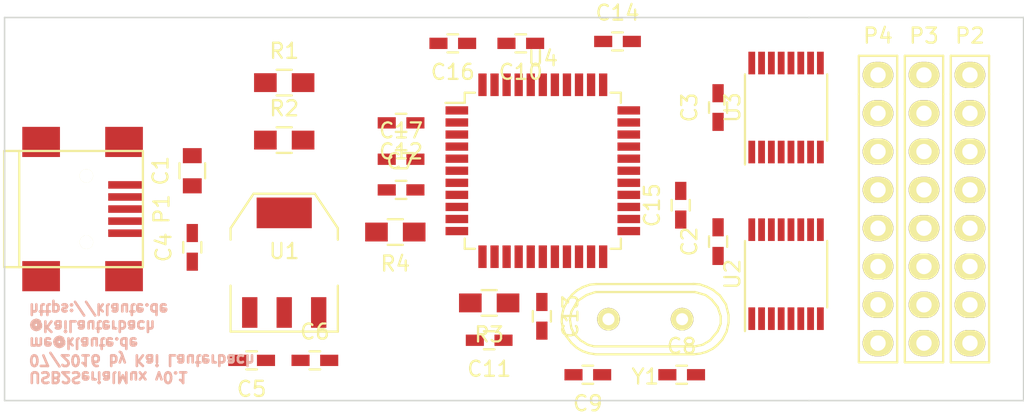
<source format=kicad_pcb>
(kicad_pcb (version 4) (host pcbnew 4.0.2+dfsg1-2~bpo8+1-stable)

  (general
    (links 97)
    (no_connects 97)
    (area 123.956999 90.0025 193.576334 118.0005)
    (thickness 1.6)
    (drawings 7)
    (tracks 0)
    (zones 0)
    (modules 30)
    (nets 60)
  )

  (page A4)
  (layers
    (0 F.Cu signal)
    (31 B.Cu signal)
    (32 B.Adhes user)
    (33 F.Adhes user)
    (34 B.Paste user)
    (35 F.Paste user)
    (36 B.SilkS user)
    (37 F.SilkS user)
    (38 B.Mask user)
    (39 F.Mask user)
    (40 Dwgs.User user)
    (41 Cmts.User user)
    (42 Eco1.User user)
    (43 Eco2.User user)
    (44 Edge.Cuts user)
    (45 Margin user)
    (46 B.CrtYd user)
    (47 F.CrtYd user)
    (48 B.Fab user)
    (49 F.Fab user)
  )

  (setup
    (last_trace_width 0.25)
    (trace_clearance 0.2)
    (zone_clearance 0.508)
    (zone_45_only no)
    (trace_min 0.2)
    (segment_width 0.2)
    (edge_width 0.1)
    (via_size 0.6)
    (via_drill 0.4)
    (via_min_size 0.4)
    (via_min_drill 0.3)
    (uvia_size 0.3)
    (uvia_drill 0.1)
    (uvias_allowed no)
    (uvia_min_size 0.2)
    (uvia_min_drill 0.1)
    (pcb_text_width 0.3)
    (pcb_text_size 1.5 1.5)
    (mod_edge_width 0.15)
    (mod_text_size 1 1)
    (mod_text_width 0.15)
    (pad_size 1.5 1.5)
    (pad_drill 0.6)
    (pad_to_mask_clearance 0)
    (aux_axis_origin 0 0)
    (visible_elements FFFFFF7F)
    (pcbplotparams
      (layerselection 0x00030_80000001)
      (usegerberextensions false)
      (excludeedgelayer true)
      (linewidth 0.100000)
      (plotframeref false)
      (viasonmask false)
      (mode 1)
      (useauxorigin false)
      (hpglpennumber 1)
      (hpglpenspeed 20)
      (hpglpendiameter 15)
      (hpglpenoverlay 2)
      (psnegative false)
      (psa4output false)
      (plotreference true)
      (plotvalue true)
      (plotinvisibletext false)
      (padsonsilk false)
      (subtractmaskfromsilk false)
      (outputformat 1)
      (mirror false)
      (drillshape 1)
      (scaleselection 1)
      (outputdirectory ""))
  )

  (net 0 "")
  (net 1 GND)
  (net 2 +5V)
  (net 3 +3V3)
  (net 4 /D-)
  (net 5 /D+)
  (net 6 "Net-(P1-Pad4)")
  (net 7 "Net-(P3-Pad1)")
  (net 8 "Net-(P3-Pad2)")
  (net 9 "Net-(P3-Pad3)")
  (net 10 "Net-(P3-Pad4)")
  (net 11 "Net-(P3-Pad5)")
  (net 12 "Net-(P3-Pad6)")
  (net 13 "Net-(P3-Pad7)")
  (net 14 "Net-(P3-Pad8)")
  (net 15 "Net-(P4-Pad1)")
  (net 16 "Net-(P4-Pad2)")
  (net 17 "Net-(P4-Pad3)")
  (net 18 "Net-(P4-Pad4)")
  (net 19 "Net-(P4-Pad5)")
  (net 20 "Net-(P4-Pad6)")
  (net 21 "Net-(P4-Pad7)")
  (net 22 "Net-(P4-Pad8)")
  (net 23 /TxD_RxD)
  (net 24 /RxD_TxD)
  (net 25 /S2)
  (net 26 /S1)
  (net 27 /S0)
  (net 28 "Net-(C8-Pad2)")
  (net 29 "Net-(C9-Pad2)")
  (net 30 "Net-(C11-Pad2)")
  (net 31 "Net-(C17-Pad2)")
  (net 32 "Net-(P1-Pad2)")
  (net 33 "Net-(P1-Pad3)")
  (net 34 /nE)
  (net 35 "Net-(U4-Pad1)")
  (net 36 "Net-(U4-Pad5)")
  (net 37 "Net-(U4-Pad12)")
  (net 38 "Net-(U4-Pad15)")
  (net 39 "Net-(U4-Pad18)")
  (net 40 "Net-(U4-Pad19)")
  (net 41 "Net-(U4-Pad22)")
  (net 42 "Net-(U4-Pad23)")
  (net 43 "Net-(U4-Pad25)")
  (net 44 "Net-(U4-Pad26)")
  (net 45 "Net-(U4-Pad27)")
  (net 46 "Net-(U4-Pad31)")
  (net 47 "Net-(U4-Pad32)")
  (net 48 "Net-(U4-Pad33)")
  (net 49 "Net-(U4-Pad35)")
  (net 50 "Net-(U4-Pad36)")
  (net 51 "Net-(U4-Pad37)")
  (net 52 "Net-(U4-Pad38)")
  (net 53 "Net-(U4-Pad39)")
  (net 54 "Net-(U4-Pad40)")
  (net 55 "Net-(U4-Pad41)")
  (net 56 "Net-(U4-Pad43)")
  (net 57 "Net-(U4-Pad8)")
  (net 58 "Net-(U4-Pad9)")
  (net 59 "Net-(U4-Pad10)")

  (net_class Default "This is the default net class."
    (clearance 0.2)
    (trace_width 0.25)
    (via_dia 0.6)
    (via_drill 0.4)
    (uvia_dia 0.3)
    (uvia_drill 0.1)
    (add_net +3V3)
    (add_net +5V)
    (add_net /D+)
    (add_net /D-)
    (add_net /RxD_TxD)
    (add_net /S0)
    (add_net /S1)
    (add_net /S2)
    (add_net /TxD_RxD)
    (add_net /nE)
    (add_net GND)
    (add_net "Net-(C11-Pad2)")
    (add_net "Net-(C17-Pad2)")
    (add_net "Net-(C8-Pad2)")
    (add_net "Net-(C9-Pad2)")
    (add_net "Net-(P1-Pad2)")
    (add_net "Net-(P1-Pad3)")
    (add_net "Net-(P1-Pad4)")
    (add_net "Net-(P3-Pad1)")
    (add_net "Net-(P3-Pad2)")
    (add_net "Net-(P3-Pad3)")
    (add_net "Net-(P3-Pad4)")
    (add_net "Net-(P3-Pad5)")
    (add_net "Net-(P3-Pad6)")
    (add_net "Net-(P3-Pad7)")
    (add_net "Net-(P3-Pad8)")
    (add_net "Net-(P4-Pad1)")
    (add_net "Net-(P4-Pad2)")
    (add_net "Net-(P4-Pad3)")
    (add_net "Net-(P4-Pad4)")
    (add_net "Net-(P4-Pad5)")
    (add_net "Net-(P4-Pad6)")
    (add_net "Net-(P4-Pad7)")
    (add_net "Net-(P4-Pad8)")
    (add_net "Net-(U4-Pad1)")
    (add_net "Net-(U4-Pad10)")
    (add_net "Net-(U4-Pad12)")
    (add_net "Net-(U4-Pad15)")
    (add_net "Net-(U4-Pad18)")
    (add_net "Net-(U4-Pad19)")
    (add_net "Net-(U4-Pad22)")
    (add_net "Net-(U4-Pad23)")
    (add_net "Net-(U4-Pad25)")
    (add_net "Net-(U4-Pad26)")
    (add_net "Net-(U4-Pad27)")
    (add_net "Net-(U4-Pad31)")
    (add_net "Net-(U4-Pad32)")
    (add_net "Net-(U4-Pad33)")
    (add_net "Net-(U4-Pad35)")
    (add_net "Net-(U4-Pad36)")
    (add_net "Net-(U4-Pad37)")
    (add_net "Net-(U4-Pad38)")
    (add_net "Net-(U4-Pad39)")
    (add_net "Net-(U4-Pad40)")
    (add_net "Net-(U4-Pad41)")
    (add_net "Net-(U4-Pad43)")
    (add_net "Net-(U4-Pad5)")
    (add_net "Net-(U4-Pad8)")
    (add_net "Net-(U4-Pad9)")
  )

  (module Housings_SSOP:TSSOP-16_4.4x5mm_Pitch0.65mm (layer F.Cu) (tedit 5789E955) (tstamp 5789E0C1)
    (at 176.276 108.458 90)
    (descr "16-Lead Plastic Thin Shrink Small Outline (ST)-4.4 mm Body [TSSOP] (see Microchip Packaging Specification 00000049BS.pdf)")
    (tags "SSOP 0.65")
    (path /5789DF39)
    (attr smd)
    (fp_text reference U2 (at 0 -3.55 90) (layer F.SilkS)
      (effects (font (size 1 1) (thickness 0.15)))
    )
    (fp_text value 74HC4051 (at 0 3.55 90) (layer F.Fab) hide
      (effects (font (size 1 1) (thickness 0.15)))
    )
    (fp_line (start -3.95 -2.8) (end -3.95 2.8) (layer F.CrtYd) (width 0.05))
    (fp_line (start 3.95 -2.8) (end 3.95 2.8) (layer F.CrtYd) (width 0.05))
    (fp_line (start -3.95 -2.8) (end 3.95 -2.8) (layer F.CrtYd) (width 0.05))
    (fp_line (start -3.95 2.8) (end 3.95 2.8) (layer F.CrtYd) (width 0.05))
    (fp_line (start -2.2 2.725) (end 2.2 2.725) (layer F.SilkS) (width 0.15))
    (fp_line (start -3.775 -2.725) (end 2.2 -2.725) (layer F.SilkS) (width 0.15))
    (pad 1 smd rect (at -2.95 -2.275 90) (size 1.5 0.45) (layers F.Cu F.Paste F.Mask)
      (net 11 "Net-(P3-Pad5)"))
    (pad 2 smd rect (at -2.95 -1.625 90) (size 1.5 0.45) (layers F.Cu F.Paste F.Mask)
      (net 13 "Net-(P3-Pad7)"))
    (pad 3 smd rect (at -2.95 -0.975 90) (size 1.5 0.45) (layers F.Cu F.Paste F.Mask)
      (net 23 /TxD_RxD))
    (pad 4 smd rect (at -2.95 -0.325 90) (size 1.5 0.45) (layers F.Cu F.Paste F.Mask)
      (net 14 "Net-(P3-Pad8)"))
    (pad 5 smd rect (at -2.95 0.325 90) (size 1.5 0.45) (layers F.Cu F.Paste F.Mask)
      (net 12 "Net-(P3-Pad6)"))
    (pad 6 smd rect (at -2.95 0.975 90) (size 1.5 0.45) (layers F.Cu F.Paste F.Mask)
      (net 34 /nE))
    (pad 7 smd rect (at -2.95 1.625 90) (size 1.5 0.45) (layers F.Cu F.Paste F.Mask)
      (net 3 +3V3))
    (pad 8 smd rect (at -2.95 2.275 90) (size 1.5 0.45) (layers F.Cu F.Paste F.Mask)
      (net 1 GND))
    (pad 9 smd rect (at 2.95 2.275 90) (size 1.5 0.45) (layers F.Cu F.Paste F.Mask)
      (net 25 /S2))
    (pad 10 smd rect (at 2.95 1.625 90) (size 1.5 0.45) (layers F.Cu F.Paste F.Mask)
      (net 26 /S1))
    (pad 11 smd rect (at 2.95 0.975 90) (size 1.5 0.45) (layers F.Cu F.Paste F.Mask)
      (net 27 /S0))
    (pad 12 smd rect (at 2.95 0.325 90) (size 1.5 0.45) (layers F.Cu F.Paste F.Mask)
      (net 10 "Net-(P3-Pad4)"))
    (pad 13 smd rect (at 2.95 -0.325 90) (size 1.5 0.45) (layers F.Cu F.Paste F.Mask)
      (net 7 "Net-(P3-Pad1)"))
    (pad 14 smd rect (at 2.95 -0.975 90) (size 1.5 0.45) (layers F.Cu F.Paste F.Mask)
      (net 8 "Net-(P3-Pad2)"))
    (pad 15 smd rect (at 2.95 -1.625 90) (size 1.5 0.45) (layers F.Cu F.Paste F.Mask)
      (net 9 "Net-(P3-Pad3)"))
    (pad 16 smd rect (at 2.95 -2.275 90) (size 1.5 0.45) (layers F.Cu F.Paste F.Mask)
      (net 3 +3V3))
    (model Housings_SSOP.3dshapes/TSSOP-16_4.4x5mm_Pitch0.65mm.wrl
      (at (xyz 0 0 0))
      (scale (xyz 1 1 1))
      (rotate (xyz 0 0 0))
    )
  )

  (module Housings_SSOP:TSSOP-16_4.4x5mm_Pitch0.65mm (layer F.Cu) (tedit 5789E94E) (tstamp 5789E0D5)
    (at 176.276 97.409 90)
    (descr "16-Lead Plastic Thin Shrink Small Outline (ST)-4.4 mm Body [TSSOP] (see Microchip Packaging Specification 00000049BS.pdf)")
    (tags "SSOP 0.65")
    (path /5789E407)
    (attr smd)
    (fp_text reference U3 (at 0 -3.55 90) (layer F.SilkS)
      (effects (font (size 1 1) (thickness 0.15)))
    )
    (fp_text value 74HCT4051 (at 0 3.55 90) (layer F.Fab) hide
      (effects (font (size 1 1) (thickness 0.15)))
    )
    (fp_line (start -3.95 -2.8) (end -3.95 2.8) (layer F.CrtYd) (width 0.05))
    (fp_line (start 3.95 -2.8) (end 3.95 2.8) (layer F.CrtYd) (width 0.05))
    (fp_line (start -3.95 -2.8) (end 3.95 -2.8) (layer F.CrtYd) (width 0.05))
    (fp_line (start -3.95 2.8) (end 3.95 2.8) (layer F.CrtYd) (width 0.05))
    (fp_line (start -2.2 2.725) (end 2.2 2.725) (layer F.SilkS) (width 0.15))
    (fp_line (start -3.775 -2.725) (end 2.2 -2.725) (layer F.SilkS) (width 0.15))
    (pad 1 smd rect (at -2.95 -2.275 90) (size 1.5 0.45) (layers F.Cu F.Paste F.Mask)
      (net 19 "Net-(P4-Pad5)"))
    (pad 2 smd rect (at -2.95 -1.625 90) (size 1.5 0.45) (layers F.Cu F.Paste F.Mask)
      (net 21 "Net-(P4-Pad7)"))
    (pad 3 smd rect (at -2.95 -0.975 90) (size 1.5 0.45) (layers F.Cu F.Paste F.Mask)
      (net 24 /RxD_TxD))
    (pad 4 smd rect (at -2.95 -0.325 90) (size 1.5 0.45) (layers F.Cu F.Paste F.Mask)
      (net 22 "Net-(P4-Pad8)"))
    (pad 5 smd rect (at -2.95 0.325 90) (size 1.5 0.45) (layers F.Cu F.Paste F.Mask)
      (net 20 "Net-(P4-Pad6)"))
    (pad 6 smd rect (at -2.95 0.975 90) (size 1.5 0.45) (layers F.Cu F.Paste F.Mask)
      (net 34 /nE))
    (pad 7 smd rect (at -2.95 1.625 90) (size 1.5 0.45) (layers F.Cu F.Paste F.Mask)
      (net 3 +3V3))
    (pad 8 smd rect (at -2.95 2.275 90) (size 1.5 0.45) (layers F.Cu F.Paste F.Mask)
      (net 1 GND))
    (pad 9 smd rect (at 2.95 2.275 90) (size 1.5 0.45) (layers F.Cu F.Paste F.Mask)
      (net 25 /S2))
    (pad 10 smd rect (at 2.95 1.625 90) (size 1.5 0.45) (layers F.Cu F.Paste F.Mask)
      (net 26 /S1))
    (pad 11 smd rect (at 2.95 0.975 90) (size 1.5 0.45) (layers F.Cu F.Paste F.Mask)
      (net 27 /S0))
    (pad 12 smd rect (at 2.95 0.325 90) (size 1.5 0.45) (layers F.Cu F.Paste F.Mask)
      (net 18 "Net-(P4-Pad4)"))
    (pad 13 smd rect (at 2.95 -0.325 90) (size 1.5 0.45) (layers F.Cu F.Paste F.Mask)
      (net 15 "Net-(P4-Pad1)"))
    (pad 14 smd rect (at 2.95 -0.975 90) (size 1.5 0.45) (layers F.Cu F.Paste F.Mask)
      (net 16 "Net-(P4-Pad2)"))
    (pad 15 smd rect (at 2.95 -1.625 90) (size 1.5 0.45) (layers F.Cu F.Paste F.Mask)
      (net 17 "Net-(P4-Pad3)"))
    (pad 16 smd rect (at 2.95 -2.275 90) (size 1.5 0.45) (layers F.Cu F.Paste F.Mask)
      (net 3 +3V3))
    (model Housings_SSOP.3dshapes/TSSOP-16_4.4x5mm_Pitch0.65mm.wrl
      (at (xyz 0 0 0))
      (scale (xyz 1 1 1))
      (rotate (xyz 0 0 0))
    )
  )

  (module Pin_Headers:Pin_Header_Straight_1x08 (layer F.Cu) (tedit 578A5A28) (tstamp 5789E08D)
    (at 182.372 95.25)
    (descr "Through hole pin header")
    (tags "pin header")
    (path /57880227)
    (fp_text reference P4 (at 0 -2.6) (layer F.SilkS)
      (effects (font (size 1 1) (thickness 0.15)))
    )
    (fp_text value CONN_01X08 (at 0 -3.1) (layer F.Fab) hide
      (effects (font (size 1 1) (thickness 0.15)))
    )
    (fp_line (start -1.27 1.27) (end -1.27 -1.27) (layer F.SilkS) (width 0.15))
    (fp_line (start -1.27 -1.27) (end 1.27 -1.27) (layer F.SilkS) (width 0.15))
    (fp_line (start 1.27 -1.27) (end 1.27 1.27) (layer F.SilkS) (width 0.15))
    (fp_line (start -1.75 -1.75) (end -1.75 19.55) (layer F.CrtYd) (width 0.05))
    (fp_line (start 1.75 -1.75) (end 1.75 19.55) (layer F.CrtYd) (width 0.05))
    (fp_line (start -1.75 -1.75) (end 1.75 -1.75) (layer F.CrtYd) (width 0.05))
    (fp_line (start -1.75 19.55) (end 1.75 19.55) (layer F.CrtYd) (width 0.05))
    (fp_line (start 1.27 1.27) (end 1.27 19.05) (layer F.SilkS) (width 0.15))
    (fp_line (start 1.27 19.05) (end -1.27 19.05) (layer F.SilkS) (width 0.15))
    (fp_line (start -1.27 19.05) (end -1.27 1.27) (layer F.SilkS) (width 0.15))
    (pad 1 thru_hole oval (at 0 0) (size 2.032 1.7272) (drill 1.016) (layers *.Cu *.Mask F.SilkS)
      (net 15 "Net-(P4-Pad1)"))
    (pad 2 thru_hole oval (at 0 2.54) (size 2.032 1.7272) (drill 1.016) (layers *.Cu *.Mask F.SilkS)
      (net 16 "Net-(P4-Pad2)"))
    (pad 3 thru_hole oval (at 0 5.08) (size 2.032 1.7272) (drill 1.016) (layers *.Cu *.Mask F.SilkS)
      (net 17 "Net-(P4-Pad3)"))
    (pad 4 thru_hole oval (at 0 7.62) (size 2.032 1.7272) (drill 1.016) (layers *.Cu *.Mask F.SilkS)
      (net 18 "Net-(P4-Pad4)"))
    (pad 5 thru_hole oval (at 0 10.16) (size 2.032 1.7272) (drill 1.016) (layers *.Cu *.Mask F.SilkS)
      (net 19 "Net-(P4-Pad5)"))
    (pad 6 thru_hole oval (at 0 12.7) (size 2.032 1.7272) (drill 1.016) (layers *.Cu *.Mask F.SilkS)
      (net 20 "Net-(P4-Pad6)"))
    (pad 7 thru_hole oval (at 0 15.24) (size 2.032 1.7272) (drill 1.016) (layers *.Cu *.Mask F.SilkS)
      (net 21 "Net-(P4-Pad7)"))
    (pad 8 thru_hole oval (at 0 17.78) (size 2.032 1.7272) (drill 1.016) (layers *.Cu *.Mask F.SilkS)
      (net 22 "Net-(P4-Pad8)"))
    (model Pin_Headers.3dshapes/Pin_Header_Straight_1x08.wrl
      (at (xyz 0 -0.35 0))
      (scale (xyz 1 1 1))
      (rotate (xyz 0 0 90))
    )
  )

  (module Pin_Headers:Pin_Header_Straight_1x08 (layer F.Cu) (tedit 578A5A87) (tstamp 5789E075)
    (at 188.468 95.25)
    (descr "Through hole pin header")
    (tags "pin header")
    (path /578802D4)
    (fp_text reference P2 (at 0 -2.6) (layer F.SilkS)
      (effects (font (size 1 1) (thickness 0.15)))
    )
    (fp_text value CONN_01X08 (at 0 -3.1) (layer F.Fab) hide
      (effects (font (size 1 1) (thickness 0.15)))
    )
    (fp_line (start -1.27 1.27) (end -1.27 -1.27) (layer F.SilkS) (width 0.15))
    (fp_line (start -1.27 -1.27) (end 1.27 -1.27) (layer F.SilkS) (width 0.15))
    (fp_line (start 1.27 -1.27) (end 1.27 1.27) (layer F.SilkS) (width 0.15))
    (fp_line (start -1.75 -1.75) (end -1.75 19.55) (layer F.CrtYd) (width 0.05))
    (fp_line (start 1.75 -1.75) (end 1.75 19.55) (layer F.CrtYd) (width 0.05))
    (fp_line (start -1.75 -1.75) (end 1.75 -1.75) (layer F.CrtYd) (width 0.05))
    (fp_line (start -1.75 19.55) (end 1.75 19.55) (layer F.CrtYd) (width 0.05))
    (fp_line (start 1.27 1.27) (end 1.27 19.05) (layer F.SilkS) (width 0.15))
    (fp_line (start 1.27 19.05) (end -1.27 19.05) (layer F.SilkS) (width 0.15))
    (fp_line (start -1.27 19.05) (end -1.27 1.27) (layer F.SilkS) (width 0.15))
    (pad 1 thru_hole oval (at 0 0) (size 2.032 1.7272) (drill 1.016) (layers *.Cu *.Mask F.SilkS)
      (net 1 GND))
    (pad 2 thru_hole oval (at 0 2.54) (size 2.032 1.7272) (drill 1.016) (layers *.Cu *.Mask F.SilkS)
      (net 1 GND))
    (pad 3 thru_hole oval (at 0 5.08) (size 2.032 1.7272) (drill 1.016) (layers *.Cu *.Mask F.SilkS)
      (net 1 GND))
    (pad 4 thru_hole oval (at 0 7.62) (size 2.032 1.7272) (drill 1.016) (layers *.Cu *.Mask F.SilkS)
      (net 1 GND))
    (pad 5 thru_hole oval (at 0 10.16) (size 2.032 1.7272) (drill 1.016) (layers *.Cu *.Mask F.SilkS)
      (net 1 GND))
    (pad 6 thru_hole oval (at 0 12.7) (size 2.032 1.7272) (drill 1.016) (layers *.Cu *.Mask F.SilkS)
      (net 1 GND))
    (pad 7 thru_hole oval (at 0 15.24) (size 2.032 1.7272) (drill 1.016) (layers *.Cu *.Mask F.SilkS)
      (net 1 GND))
    (pad 8 thru_hole oval (at 0 17.78) (size 2.032 1.7272) (drill 1.016) (layers *.Cu *.Mask F.SilkS)
      (net 1 GND))
    (model Pin_Headers.3dshapes/Pin_Header_Straight_1x08.wrl
      (at (xyz 0 -0.35 0))
      (scale (xyz 1 1 1))
      (rotate (xyz 0 0 90))
    )
  )

  (module Pin_Headers:Pin_Header_Straight_1x08 (layer F.Cu) (tedit 578A5A68) (tstamp 5789E081)
    (at 185.42 95.25)
    (descr "Through hole pin header")
    (tags "pin header")
    (path /578800A6)
    (fp_text reference P3 (at 0 -2.6) (layer F.SilkS)
      (effects (font (size 1 1) (thickness 0.15)))
    )
    (fp_text value CONN_01X08 (at 0 -3.1) (layer F.Fab) hide
      (effects (font (size 1 1) (thickness 0.15)))
    )
    (fp_line (start -1.27 1.27) (end -1.27 -1.27) (layer F.SilkS) (width 0.15))
    (fp_line (start -1.27 -1.27) (end 1.27 -1.27) (layer F.SilkS) (width 0.15))
    (fp_line (start 1.27 -1.27) (end 1.27 1.27) (layer F.SilkS) (width 0.15))
    (fp_line (start -1.75 -1.75) (end -1.75 19.55) (layer F.CrtYd) (width 0.05))
    (fp_line (start 1.75 -1.75) (end 1.75 19.55) (layer F.CrtYd) (width 0.05))
    (fp_line (start -1.75 -1.75) (end 1.75 -1.75) (layer F.CrtYd) (width 0.05))
    (fp_line (start -1.75 19.55) (end 1.75 19.55) (layer F.CrtYd) (width 0.05))
    (fp_line (start 1.27 1.27) (end 1.27 19.05) (layer F.SilkS) (width 0.15))
    (fp_line (start 1.27 19.05) (end -1.27 19.05) (layer F.SilkS) (width 0.15))
    (fp_line (start -1.27 19.05) (end -1.27 1.27) (layer F.SilkS) (width 0.15))
    (pad 1 thru_hole oval (at 0 0) (size 2.032 1.7272) (drill 1.016) (layers *.Cu *.Mask F.SilkS)
      (net 7 "Net-(P3-Pad1)"))
    (pad 2 thru_hole oval (at 0 2.54) (size 2.032 1.7272) (drill 1.016) (layers *.Cu *.Mask F.SilkS)
      (net 8 "Net-(P3-Pad2)"))
    (pad 3 thru_hole oval (at 0 5.08) (size 2.032 1.7272) (drill 1.016) (layers *.Cu *.Mask F.SilkS)
      (net 9 "Net-(P3-Pad3)"))
    (pad 4 thru_hole oval (at 0 7.62) (size 2.032 1.7272) (drill 1.016) (layers *.Cu *.Mask F.SilkS)
      (net 10 "Net-(P3-Pad4)"))
    (pad 5 thru_hole oval (at 0 10.16) (size 2.032 1.7272) (drill 1.016) (layers *.Cu *.Mask F.SilkS)
      (net 11 "Net-(P3-Pad5)"))
    (pad 6 thru_hole oval (at 0 12.7) (size 2.032 1.7272) (drill 1.016) (layers *.Cu *.Mask F.SilkS)
      (net 12 "Net-(P3-Pad6)"))
    (pad 7 thru_hole oval (at 0 15.24) (size 2.032 1.7272) (drill 1.016) (layers *.Cu *.Mask F.SilkS)
      (net 13 "Net-(P3-Pad7)"))
    (pad 8 thru_hole oval (at 0 17.78) (size 2.032 1.7272) (drill 1.016) (layers *.Cu *.Mask F.SilkS)
      (net 14 "Net-(P3-Pad8)"))
    (model Pin_Headers.3dshapes/Pin_Header_Straight_1x08.wrl
      (at (xyz 0 -0.35 0))
      (scale (xyz 1 1 1))
      (rotate (xyz 0 0 90))
    )
  )

  (module Capacitors_SMD:C_0805 (layer F.Cu) (tedit 5789E98B) (tstamp 5789E04A)
    (at 136.906 101.6 90)
    (descr "Capacitor SMD 0805, reflow soldering, AVX (see smccp.pdf)")
    (tags "capacitor 0805")
    (path /57894879)
    (attr smd)
    (fp_text reference C1 (at 0 -2.1 90) (layer F.SilkS)
      (effects (font (size 1 1) (thickness 0.15)))
    )
    (fp_text value 4,7u (at 0 2.1 90) (layer F.Fab) hide
      (effects (font (size 1 1) (thickness 0.15)))
    )
    (fp_line (start -1.8 -1) (end 1.8 -1) (layer F.CrtYd) (width 0.05))
    (fp_line (start -1.8 1) (end 1.8 1) (layer F.CrtYd) (width 0.05))
    (fp_line (start -1.8 -1) (end -1.8 1) (layer F.CrtYd) (width 0.05))
    (fp_line (start 1.8 -1) (end 1.8 1) (layer F.CrtYd) (width 0.05))
    (fp_line (start 0.5 -0.85) (end -0.5 -0.85) (layer F.SilkS) (width 0.15))
    (fp_line (start -0.5 0.85) (end 0.5 0.85) (layer F.SilkS) (width 0.15))
    (pad 1 smd rect (at -1 0 90) (size 1 1.25) (layers F.Cu F.Paste F.Mask)
      (net 2 +5V))
    (pad 2 smd rect (at 1 0 90) (size 1 1.25) (layers F.Cu F.Paste F.Mask)
      (net 1 GND))
    (model Capacitors_SMD.3dshapes/C_0805.wrl
      (at (xyz 0 0 0))
      (scale (xyz 1 1 1))
      (rotate (xyz 0 0 0))
    )
  )

  (module Capacitors_SMD:C_0603_HandSoldering (layer F.Cu) (tedit 5789E9B4) (tstamp 5789E050)
    (at 171.7675 106.299 90)
    (descr "Capacitor SMD 0603, hand soldering")
    (tags "capacitor 0603")
    (path /57892EC4)
    (attr smd)
    (fp_text reference C2 (at 0 -1.9 90) (layer F.SilkS)
      (effects (font (size 1 1) (thickness 0.15)))
    )
    (fp_text value 100n (at 0 1.9 90) (layer F.Fab) hide
      (effects (font (size 1 1) (thickness 0.15)))
    )
    (fp_line (start -1.85 -0.75) (end 1.85 -0.75) (layer F.CrtYd) (width 0.05))
    (fp_line (start -1.85 0.75) (end 1.85 0.75) (layer F.CrtYd) (width 0.05))
    (fp_line (start -1.85 -0.75) (end -1.85 0.75) (layer F.CrtYd) (width 0.05))
    (fp_line (start 1.85 -0.75) (end 1.85 0.75) (layer F.CrtYd) (width 0.05))
    (fp_line (start -0.35 -0.6) (end 0.35 -0.6) (layer F.SilkS) (width 0.15))
    (fp_line (start 0.35 0.6) (end -0.35 0.6) (layer F.SilkS) (width 0.15))
    (pad 1 smd rect (at -0.95 0 90) (size 1.2 0.75) (layers F.Cu F.Paste F.Mask)
      (net 1 GND))
    (pad 2 smd rect (at 0.95 0 90) (size 1.2 0.75) (layers F.Cu F.Paste F.Mask)
      (net 3 +3V3))
    (model Capacitors_SMD.3dshapes/C_0603_HandSoldering.wrl
      (at (xyz 0 0 0))
      (scale (xyz 1 1 1))
      (rotate (xyz 0 0 0))
    )
  )

  (module Capacitors_SMD:C_0603_HandSoldering (layer F.Cu) (tedit 5789E93C) (tstamp 5789E056)
    (at 171.7675 97.409 90)
    (descr "Capacitor SMD 0603, hand soldering")
    (tags "capacitor 0603")
    (path /57893092)
    (attr smd)
    (fp_text reference C3 (at 0 -1.9 90) (layer F.SilkS)
      (effects (font (size 1 1) (thickness 0.15)))
    )
    (fp_text value 100n (at 0 1.9 90) (layer F.Fab) hide
      (effects (font (size 1 1) (thickness 0.15)))
    )
    (fp_line (start -1.85 -0.75) (end 1.85 -0.75) (layer F.CrtYd) (width 0.05))
    (fp_line (start -1.85 0.75) (end 1.85 0.75) (layer F.CrtYd) (width 0.05))
    (fp_line (start -1.85 -0.75) (end -1.85 0.75) (layer F.CrtYd) (width 0.05))
    (fp_line (start 1.85 -0.75) (end 1.85 0.75) (layer F.CrtYd) (width 0.05))
    (fp_line (start -0.35 -0.6) (end 0.35 -0.6) (layer F.SilkS) (width 0.15))
    (fp_line (start 0.35 0.6) (end -0.35 0.6) (layer F.SilkS) (width 0.15))
    (pad 1 smd rect (at -0.95 0 90) (size 1.2 0.75) (layers F.Cu F.Paste F.Mask)
      (net 1 GND))
    (pad 2 smd rect (at 0.95 0 90) (size 1.2 0.75) (layers F.Cu F.Paste F.Mask)
      (net 3 +3V3))
    (model Capacitors_SMD.3dshapes/C_0603_HandSoldering.wrl
      (at (xyz 0 0 0))
      (scale (xyz 1 1 1))
      (rotate (xyz 0 0 0))
    )
  )

  (module Capacitors_SMD:C_0603_HandSoldering (layer F.Cu) (tedit 5789E9A1) (tstamp 5789E05C)
    (at 136.906 106.68 270)
    (descr "Capacitor SMD 0603, hand soldering")
    (tags "capacitor 0603")
    (path /578961B9)
    (attr smd)
    (fp_text reference C4 (at 0 1.9 270) (layer F.SilkS)
      (effects (font (size 1 1) (thickness 0.15)))
    )
    (fp_text value 10n (at 0 1.9 270) (layer F.Fab) hide
      (effects (font (size 1 1) (thickness 0.15)))
    )
    (fp_line (start -1.85 -0.75) (end 1.85 -0.75) (layer F.CrtYd) (width 0.05))
    (fp_line (start -1.85 0.75) (end 1.85 0.75) (layer F.CrtYd) (width 0.05))
    (fp_line (start -1.85 -0.75) (end -1.85 0.75) (layer F.CrtYd) (width 0.05))
    (fp_line (start 1.85 -0.75) (end 1.85 0.75) (layer F.CrtYd) (width 0.05))
    (fp_line (start -0.35 -0.6) (end 0.35 -0.6) (layer F.SilkS) (width 0.15))
    (fp_line (start 0.35 0.6) (end -0.35 0.6) (layer F.SilkS) (width 0.15))
    (pad 1 smd rect (at -0.95 0 270) (size 1.2 0.75) (layers F.Cu F.Paste F.Mask)
      (net 2 +5V))
    (pad 2 smd rect (at 0.95 0 270) (size 1.2 0.75) (layers F.Cu F.Paste F.Mask)
      (net 1 GND))
    (model Capacitors_SMD.3dshapes/C_0603_HandSoldering.wrl
      (at (xyz 0 0 0))
      (scale (xyz 1 1 1))
      (rotate (xyz 0 0 0))
    )
  )

  (module Capacitors_SMD:C_0603_HandSoldering (layer F.Cu) (tedit 5789E95E) (tstamp 5789E66D)
    (at 140.843 114.173 180)
    (descr "Capacitor SMD 0603, hand soldering")
    (tags "capacitor 0603")
    (path /57892620)
    (attr smd)
    (fp_text reference C5 (at 0 -1.9 180) (layer F.SilkS)
      (effects (font (size 1 1) (thickness 0.15)))
    )
    (fp_text value 100n (at 0 1.9 180) (layer F.Fab) hide
      (effects (font (size 1 1) (thickness 0.15)))
    )
    (fp_line (start -1.85 -0.75) (end 1.85 -0.75) (layer F.CrtYd) (width 0.05))
    (fp_line (start -1.85 0.75) (end 1.85 0.75) (layer F.CrtYd) (width 0.05))
    (fp_line (start -1.85 -0.75) (end -1.85 0.75) (layer F.CrtYd) (width 0.05))
    (fp_line (start 1.85 -0.75) (end 1.85 0.75) (layer F.CrtYd) (width 0.05))
    (fp_line (start -0.35 -0.6) (end 0.35 -0.6) (layer F.SilkS) (width 0.15))
    (fp_line (start 0.35 0.6) (end -0.35 0.6) (layer F.SilkS) (width 0.15))
    (pad 1 smd rect (at -0.95 0 180) (size 1.2 0.75) (layers F.Cu F.Paste F.Mask)
      (net 3 +3V3))
    (pad 2 smd rect (at 0.95 0 180) (size 1.2 0.75) (layers F.Cu F.Paste F.Mask)
      (net 1 GND))
    (model Capacitors_SMD.3dshapes/C_0603_HandSoldering.wrl
      (at (xyz 0 0 0))
      (scale (xyz 1 1 1))
      (rotate (xyz 0 0 0))
    )
  )

  (module Capacitors_SMD:C_0603_HandSoldering (layer F.Cu) (tedit 5789E981) (tstamp 5789E673)
    (at 145.034 114.173 180)
    (descr "Capacitor SMD 0603, hand soldering")
    (tags "capacitor 0603")
    (path /57892501)
    (attr smd)
    (fp_text reference C6 (at 0 1.9 180) (layer F.SilkS)
      (effects (font (size 1 1) (thickness 0.15)))
    )
    (fp_text value 100n (at 0 1.9 180) (layer F.Fab) hide
      (effects (font (size 1 1) (thickness 0.15)))
    )
    (fp_line (start -1.85 -0.75) (end 1.85 -0.75) (layer F.CrtYd) (width 0.05))
    (fp_line (start -1.85 0.75) (end 1.85 0.75) (layer F.CrtYd) (width 0.05))
    (fp_line (start -1.85 -0.75) (end -1.85 0.75) (layer F.CrtYd) (width 0.05))
    (fp_line (start 1.85 -0.75) (end 1.85 0.75) (layer F.CrtYd) (width 0.05))
    (fp_line (start -0.35 -0.6) (end 0.35 -0.6) (layer F.SilkS) (width 0.15))
    (fp_line (start 0.35 0.6) (end -0.35 0.6) (layer F.SilkS) (width 0.15))
    (pad 1 smd rect (at -0.95 0 180) (size 1.2 0.75) (layers F.Cu F.Paste F.Mask)
      (net 2 +5V))
    (pad 2 smd rect (at 0.95 0 180) (size 1.2 0.75) (layers F.Cu F.Paste F.Mask)
      (net 1 GND))
    (model Capacitors_SMD.3dshapes/C_0603_HandSoldering.wrl
      (at (xyz 0 0 0))
      (scale (xyz 1 1 1))
      (rotate (xyz 0 0 0))
    )
  )

  (module Connect:USB_Mini-B (layer F.Cu) (tedit 578A65F5) (tstamp 578A65DB)
    (at 129.032 104.14)
    (descr "USB Mini-B 5-pin SMD connector")
    (tags "USB USB_B USB_Mini connector")
    (path /578834A3)
    (attr smd)
    (fp_text reference P1 (at 5.842 0 90) (layer F.SilkS)
      (effects (font (size 1 1) (thickness 0.15)))
    )
    (fp_text value USB_OTG (at 0 -7.0993) (layer F.Fab) hide
      (effects (font (size 1 1) (thickness 0.15)))
    )
    (fp_line (start -4.85 -5.7) (end 4.85 -5.7) (layer F.CrtYd) (width 0.05))
    (fp_line (start 4.85 -5.7) (end 4.85 5.7) (layer F.CrtYd) (width 0.05))
    (fp_line (start 4.85 5.7) (end -4.85 5.7) (layer F.CrtYd) (width 0.05))
    (fp_line (start -4.85 5.7) (end -4.85 -5.7) (layer F.CrtYd) (width 0.05))
    (fp_line (start -3.59918 -3.85064) (end -3.59918 3.85064) (layer F.SilkS) (width 0.15))
    (fp_line (start -4.59994 -3.85064) (end -4.59994 3.85064) (layer F.SilkS) (width 0.15))
    (fp_line (start -4.59994 3.85064) (end 4.59994 3.85064) (layer F.SilkS) (width 0.15))
    (fp_line (start 4.59994 3.85064) (end 4.59994 -3.85064) (layer F.SilkS) (width 0.15))
    (fp_line (start 4.59994 -3.85064) (end -4.59994 -3.85064) (layer F.SilkS) (width 0.15))
    (pad 1 smd rect (at 3.44932 -1.6002) (size 2.30124 0.50038) (layers F.Cu F.Paste F.Mask)
      (net 2 +5V))
    (pad 2 smd rect (at 3.44932 -0.8001) (size 2.30124 0.50038) (layers F.Cu F.Paste F.Mask)
      (net 32 "Net-(P1-Pad2)"))
    (pad 3 smd rect (at 3.44932 0) (size 2.30124 0.50038) (layers F.Cu F.Paste F.Mask)
      (net 33 "Net-(P1-Pad3)"))
    (pad 4 smd rect (at 3.44932 0.8001) (size 2.30124 0.50038) (layers F.Cu F.Paste F.Mask)
      (net 6 "Net-(P1-Pad4)"))
    (pad 5 smd rect (at 3.44932 1.6002) (size 2.30124 0.50038) (layers F.Cu F.Paste F.Mask)
      (net 1 GND))
    (pad 6 smd rect (at 3.35026 -4.45008) (size 2.49936 1.99898) (layers F.Cu F.Paste F.Mask)
      (net 1 GND))
    (pad 6 smd rect (at -2.14884 -4.45008) (size 2.49936 1.99898) (layers F.Cu F.Paste F.Mask)
      (net 1 GND))
    (pad 6 smd rect (at 3.35026 4.45008) (size 2.49936 1.99898) (layers F.Cu F.Paste F.Mask)
      (net 1 GND))
    (pad 6 smd rect (at -2.14884 4.45008) (size 2.49936 1.99898) (layers F.Cu F.Paste F.Mask)
      (net 1 GND))
    (pad "" np_thru_hole circle (at 0.8509 -2.19964) (size 0.89916 0.89916) (drill 0.89916) (layers *.Cu *.Mask F.SilkS))
    (pad "" np_thru_hole circle (at 0.8509 2.19964) (size 0.89916 0.89916) (drill 0.89916) (layers *.Cu *.Mask F.SilkS))
  )

  (module Capacitors_SMD:C_0603_HandSoldering (layer F.Cu) (tedit 5791B3FD) (tstamp 57910EA4)
    (at 150.749 102.87)
    (descr "Capacitor SMD 0603, hand soldering")
    (tags "capacitor 0603")
    (path /579135FA)
    (attr smd)
    (fp_text reference C7 (at 0 -1.9) (layer F.SilkS)
      (effects (font (size 1 1) (thickness 0.15)))
    )
    (fp_text value 100n (at 0 1.9) (layer F.Fab) hide
      (effects (font (size 1 1) (thickness 0.15)))
    )
    (fp_line (start -1.85 -0.75) (end 1.85 -0.75) (layer F.CrtYd) (width 0.05))
    (fp_line (start -1.85 0.75) (end 1.85 0.75) (layer F.CrtYd) (width 0.05))
    (fp_line (start -1.85 -0.75) (end -1.85 0.75) (layer F.CrtYd) (width 0.05))
    (fp_line (start 1.85 -0.75) (end 1.85 0.75) (layer F.CrtYd) (width 0.05))
    (fp_line (start -0.35 -0.6) (end 0.35 -0.6) (layer F.SilkS) (width 0.15))
    (fp_line (start 0.35 0.6) (end -0.35 0.6) (layer F.SilkS) (width 0.15))
    (pad 1 smd rect (at -0.95 0) (size 1.2 0.75) (layers F.Cu F.Paste F.Mask)
      (net 1 GND))
    (pad 2 smd rect (at 0.95 0) (size 1.2 0.75) (layers F.Cu F.Paste F.Mask)
      (net 2 +5V))
    (model Capacitors_SMD.3dshapes/C_0603_HandSoldering.wrl
      (at (xyz 0 0 0))
      (scale (xyz 1 1 1))
      (rotate (xyz 0 0 0))
    )
  )

  (module Capacitors_SMD:C_0603_HandSoldering (layer F.Cu) (tedit 5791B459) (tstamp 57910EAA)
    (at 169.3545 115.1255)
    (descr "Capacitor SMD 0603, hand soldering")
    (tags "capacitor 0603")
    (path /5791464E)
    (attr smd)
    (fp_text reference C8 (at 0 -1.9) (layer F.SilkS)
      (effects (font (size 1 1) (thickness 0.15)))
    )
    (fp_text value 22p (at 0 1.9) (layer F.Fab) hide
      (effects (font (size 1 1) (thickness 0.15)))
    )
    (fp_line (start -1.85 -0.75) (end 1.85 -0.75) (layer F.CrtYd) (width 0.05))
    (fp_line (start -1.85 0.75) (end 1.85 0.75) (layer F.CrtYd) (width 0.05))
    (fp_line (start -1.85 -0.75) (end -1.85 0.75) (layer F.CrtYd) (width 0.05))
    (fp_line (start 1.85 -0.75) (end 1.85 0.75) (layer F.CrtYd) (width 0.05))
    (fp_line (start -0.35 -0.6) (end 0.35 -0.6) (layer F.SilkS) (width 0.15))
    (fp_line (start 0.35 0.6) (end -0.35 0.6) (layer F.SilkS) (width 0.15))
    (pad 1 smd rect (at -0.95 0) (size 1.2 0.75) (layers F.Cu F.Paste F.Mask)
      (net 1 GND))
    (pad 2 smd rect (at 0.95 0) (size 1.2 0.75) (layers F.Cu F.Paste F.Mask)
      (net 28 "Net-(C8-Pad2)"))
    (model Capacitors_SMD.3dshapes/C_0603_HandSoldering.wrl
      (at (xyz 0 0 0))
      (scale (xyz 1 1 1))
      (rotate (xyz 0 0 0))
    )
  )

  (module Capacitors_SMD:C_0603_HandSoldering (layer F.Cu) (tedit 5791B45E) (tstamp 57910EB0)
    (at 163.1315 115.1255 180)
    (descr "Capacitor SMD 0603, hand soldering")
    (tags "capacitor 0603")
    (path /579146CD)
    (attr smd)
    (fp_text reference C9 (at 0 -1.9 180) (layer F.SilkS)
      (effects (font (size 1 1) (thickness 0.15)))
    )
    (fp_text value 22p (at 0 1.9 180) (layer F.Fab) hide
      (effects (font (size 1 1) (thickness 0.15)))
    )
    (fp_line (start -1.85 -0.75) (end 1.85 -0.75) (layer F.CrtYd) (width 0.05))
    (fp_line (start -1.85 0.75) (end 1.85 0.75) (layer F.CrtYd) (width 0.05))
    (fp_line (start -1.85 -0.75) (end -1.85 0.75) (layer F.CrtYd) (width 0.05))
    (fp_line (start 1.85 -0.75) (end 1.85 0.75) (layer F.CrtYd) (width 0.05))
    (fp_line (start -0.35 -0.6) (end 0.35 -0.6) (layer F.SilkS) (width 0.15))
    (fp_line (start 0.35 0.6) (end -0.35 0.6) (layer F.SilkS) (width 0.15))
    (pad 1 smd rect (at -0.95 0 180) (size 1.2 0.75) (layers F.Cu F.Paste F.Mask)
      (net 1 GND))
    (pad 2 smd rect (at 0.95 0 180) (size 1.2 0.75) (layers F.Cu F.Paste F.Mask)
      (net 29 "Net-(C9-Pad2)"))
    (model Capacitors_SMD.3dshapes/C_0603_HandSoldering.wrl
      (at (xyz 0 0 0))
      (scale (xyz 1 1 1))
      (rotate (xyz 0 0 0))
    )
  )

  (module Capacitors_SMD:C_0603_HandSoldering (layer F.Cu) (tedit 5791B3BF) (tstamp 57910EB6)
    (at 158.6865 93.1545 180)
    (descr "Capacitor SMD 0603, hand soldering")
    (tags "capacitor 0603")
    (path /57916B74)
    (attr smd)
    (fp_text reference C10 (at 0 -1.9 180) (layer F.SilkS)
      (effects (font (size 1 1) (thickness 0.15)))
    )
    (fp_text value 100n (at 0 1.9 180) (layer F.Fab) hide
      (effects (font (size 1 1) (thickness 0.15)))
    )
    (fp_line (start -1.85 -0.75) (end 1.85 -0.75) (layer F.CrtYd) (width 0.05))
    (fp_line (start -1.85 0.75) (end 1.85 0.75) (layer F.CrtYd) (width 0.05))
    (fp_line (start -1.85 -0.75) (end -1.85 0.75) (layer F.CrtYd) (width 0.05))
    (fp_line (start 1.85 -0.75) (end 1.85 0.75) (layer F.CrtYd) (width 0.05))
    (fp_line (start -0.35 -0.6) (end 0.35 -0.6) (layer F.SilkS) (width 0.15))
    (fp_line (start 0.35 0.6) (end -0.35 0.6) (layer F.SilkS) (width 0.15))
    (pad 1 smd rect (at -0.95 0 180) (size 1.2 0.75) (layers F.Cu F.Paste F.Mask)
      (net 1 GND))
    (pad 2 smd rect (at 0.95 0 180) (size 1.2 0.75) (layers F.Cu F.Paste F.Mask)
      (net 3 +3V3))
    (model Capacitors_SMD.3dshapes/C_0603_HandSoldering.wrl
      (at (xyz 0 0 0))
      (scale (xyz 1 1 1))
      (rotate (xyz 0 0 0))
    )
  )

  (module Capacitors_SMD:C_0603_HandSoldering (layer F.Cu) (tedit 5791B4E8) (tstamp 57910EBC)
    (at 156.591 112.8395 180)
    (descr "Capacitor SMD 0603, hand soldering")
    (tags "capacitor 0603")
    (path /57913D48)
    (attr smd)
    (fp_text reference C11 (at 0 -1.9 180) (layer F.SilkS)
      (effects (font (size 1 1) (thickness 0.15)))
    )
    (fp_text value 100n (at 0 1.9 180) (layer F.Fab) hide
      (effects (font (size 1 1) (thickness 0.15)))
    )
    (fp_line (start -1.85 -0.75) (end 1.85 -0.75) (layer F.CrtYd) (width 0.05))
    (fp_line (start -1.85 0.75) (end 1.85 0.75) (layer F.CrtYd) (width 0.05))
    (fp_line (start -1.85 -0.75) (end -1.85 0.75) (layer F.CrtYd) (width 0.05))
    (fp_line (start 1.85 -0.75) (end 1.85 0.75) (layer F.CrtYd) (width 0.05))
    (fp_line (start -0.35 -0.6) (end 0.35 -0.6) (layer F.SilkS) (width 0.15))
    (fp_line (start 0.35 0.6) (end -0.35 0.6) (layer F.SilkS) (width 0.15))
    (pad 1 smd rect (at -0.95 0 180) (size 1.2 0.75) (layers F.Cu F.Paste F.Mask)
      (net 1 GND))
    (pad 2 smd rect (at 0.95 0 180) (size 1.2 0.75) (layers F.Cu F.Paste F.Mask)
      (net 30 "Net-(C11-Pad2)"))
    (model Capacitors_SMD.3dshapes/C_0603_HandSoldering.wrl
      (at (xyz 0 0 0))
      (scale (xyz 1 1 1))
      (rotate (xyz 0 0 0))
    )
  )

  (module Capacitors_SMD:C_0603_HandSoldering (layer F.Cu) (tedit 5791B576) (tstamp 57910EC2)
    (at 150.749 98.425 180)
    (descr "Capacitor SMD 0603, hand soldering")
    (tags "capacitor 0603")
    (path /57915C8A)
    (attr smd)
    (fp_text reference C12 (at 0 -1.9 180) (layer F.SilkS)
      (effects (font (size 1 1) (thickness 0.15)))
    )
    (fp_text value 100n (at 0 1.9 180) (layer F.Fab) hide
      (effects (font (size 1 1) (thickness 0.15)))
    )
    (fp_line (start -1.85 -0.75) (end 1.85 -0.75) (layer F.CrtYd) (width 0.05))
    (fp_line (start -1.85 0.75) (end 1.85 0.75) (layer F.CrtYd) (width 0.05))
    (fp_line (start -1.85 -0.75) (end -1.85 0.75) (layer F.CrtYd) (width 0.05))
    (fp_line (start 1.85 -0.75) (end 1.85 0.75) (layer F.CrtYd) (width 0.05))
    (fp_line (start -0.35 -0.6) (end 0.35 -0.6) (layer F.SilkS) (width 0.15))
    (fp_line (start 0.35 0.6) (end -0.35 0.6) (layer F.SilkS) (width 0.15))
    (pad 1 smd rect (at -0.95 0 180) (size 1.2 0.75) (layers F.Cu F.Paste F.Mask)
      (net 3 +3V3))
    (pad 2 smd rect (at 0.95 0 180) (size 1.2 0.75) (layers F.Cu F.Paste F.Mask)
      (net 1 GND))
    (model Capacitors_SMD.3dshapes/C_0603_HandSoldering.wrl
      (at (xyz 0 0 0))
      (scale (xyz 1 1 1))
      (rotate (xyz 0 0 0))
    )
  )

  (module Capacitors_SMD:C_0603_HandSoldering (layer F.Cu) (tedit 5791B5A5) (tstamp 57910EC8)
    (at 160.0835 111.252 270)
    (descr "Capacitor SMD 0603, hand soldering")
    (tags "capacitor 0603")
    (path /57915A7A)
    (attr smd)
    (fp_text reference C13 (at 0 -1.9 270) (layer F.SilkS)
      (effects (font (size 1 1) (thickness 0.15)))
    )
    (fp_text value 100n (at 0 1.9 270) (layer F.Fab) hide
      (effects (font (size 1 1) (thickness 0.15)))
    )
    (fp_line (start -1.85 -0.75) (end 1.85 -0.75) (layer F.CrtYd) (width 0.05))
    (fp_line (start -1.85 0.75) (end 1.85 0.75) (layer F.CrtYd) (width 0.05))
    (fp_line (start -1.85 -0.75) (end -1.85 0.75) (layer F.CrtYd) (width 0.05))
    (fp_line (start 1.85 -0.75) (end 1.85 0.75) (layer F.CrtYd) (width 0.05))
    (fp_line (start -0.35 -0.6) (end 0.35 -0.6) (layer F.SilkS) (width 0.15))
    (fp_line (start 0.35 0.6) (end -0.35 0.6) (layer F.SilkS) (width 0.15))
    (pad 1 smd rect (at -0.95 0 270) (size 1.2 0.75) (layers F.Cu F.Paste F.Mask)
      (net 3 +3V3))
    (pad 2 smd rect (at 0.95 0 270) (size 1.2 0.75) (layers F.Cu F.Paste F.Mask)
      (net 1 GND))
    (model Capacitors_SMD.3dshapes/C_0603_HandSoldering.wrl
      (at (xyz 0 0 0))
      (scale (xyz 1 1 1))
      (rotate (xyz 0 0 0))
    )
  )

  (module Capacitors_SMD:C_0603_HandSoldering (layer F.Cu) (tedit 5791B5CB) (tstamp 57910ECE)
    (at 165.1 93.0275)
    (descr "Capacitor SMD 0603, hand soldering")
    (tags "capacitor 0603")
    (path /57915B48)
    (attr smd)
    (fp_text reference C14 (at 0 -1.9) (layer F.SilkS)
      (effects (font (size 1 1) (thickness 0.15)))
    )
    (fp_text value 100n (at 0 1.9) (layer F.Fab) hide
      (effects (font (size 1 1) (thickness 0.15)))
    )
    (fp_line (start -1.85 -0.75) (end 1.85 -0.75) (layer F.CrtYd) (width 0.05))
    (fp_line (start -1.85 0.75) (end 1.85 0.75) (layer F.CrtYd) (width 0.05))
    (fp_line (start -1.85 -0.75) (end -1.85 0.75) (layer F.CrtYd) (width 0.05))
    (fp_line (start 1.85 -0.75) (end 1.85 0.75) (layer F.CrtYd) (width 0.05))
    (fp_line (start -0.35 -0.6) (end 0.35 -0.6) (layer F.SilkS) (width 0.15))
    (fp_line (start 0.35 0.6) (end -0.35 0.6) (layer F.SilkS) (width 0.15))
    (pad 1 smd rect (at -0.95 0) (size 1.2 0.75) (layers F.Cu F.Paste F.Mask)
      (net 3 +3V3))
    (pad 2 smd rect (at 0.95 0) (size 1.2 0.75) (layers F.Cu F.Paste F.Mask)
      (net 1 GND))
    (model Capacitors_SMD.3dshapes/C_0603_HandSoldering.wrl
      (at (xyz 0 0 0))
      (scale (xyz 1 1 1))
      (rotate (xyz 0 0 0))
    )
  )

  (module Capacitors_SMD:C_0603_HandSoldering (layer F.Cu) (tedit 5791B5EE) (tstamp 57910ED4)
    (at 169.291 103.886 90)
    (descr "Capacitor SMD 0603, hand soldering")
    (tags "capacitor 0603")
    (path /57915BC5)
    (attr smd)
    (fp_text reference C15 (at 0 -1.9 90) (layer F.SilkS)
      (effects (font (size 1 1) (thickness 0.15)))
    )
    (fp_text value 100n (at 0 1.9 90) (layer F.Fab) hide
      (effects (font (size 1 1) (thickness 0.15)))
    )
    (fp_line (start -1.85 -0.75) (end 1.85 -0.75) (layer F.CrtYd) (width 0.05))
    (fp_line (start -1.85 0.75) (end 1.85 0.75) (layer F.CrtYd) (width 0.05))
    (fp_line (start -1.85 -0.75) (end -1.85 0.75) (layer F.CrtYd) (width 0.05))
    (fp_line (start 1.85 -0.75) (end 1.85 0.75) (layer F.CrtYd) (width 0.05))
    (fp_line (start -0.35 -0.6) (end 0.35 -0.6) (layer F.SilkS) (width 0.15))
    (fp_line (start 0.35 0.6) (end -0.35 0.6) (layer F.SilkS) (width 0.15))
    (pad 1 smd rect (at -0.95 0 90) (size 1.2 0.75) (layers F.Cu F.Paste F.Mask)
      (net 3 +3V3))
    (pad 2 smd rect (at 0.95 0 90) (size 1.2 0.75) (layers F.Cu F.Paste F.Mask)
      (net 1 GND))
    (model Capacitors_SMD.3dshapes/C_0603_HandSoldering.wrl
      (at (xyz 0 0 0))
      (scale (xyz 1 1 1))
      (rotate (xyz 0 0 0))
    )
  )

  (module Capacitors_SMD:C_0603_HandSoldering (layer F.Cu) (tedit 5791B5FF) (tstamp 57910EDA)
    (at 154.178 93.1545 180)
    (descr "Capacitor SMD 0603, hand soldering")
    (tags "capacitor 0603")
    (path /57915C25)
    (attr smd)
    (fp_text reference C16 (at 0 -1.9 180) (layer F.SilkS)
      (effects (font (size 1 1) (thickness 0.15)))
    )
    (fp_text value 100n (at 0 1.9 180) (layer F.Fab) hide
      (effects (font (size 1 1) (thickness 0.15)))
    )
    (fp_line (start -1.85 -0.75) (end 1.85 -0.75) (layer F.CrtYd) (width 0.05))
    (fp_line (start -1.85 0.75) (end 1.85 0.75) (layer F.CrtYd) (width 0.05))
    (fp_line (start -1.85 -0.75) (end -1.85 0.75) (layer F.CrtYd) (width 0.05))
    (fp_line (start 1.85 -0.75) (end 1.85 0.75) (layer F.CrtYd) (width 0.05))
    (fp_line (start -0.35 -0.6) (end 0.35 -0.6) (layer F.SilkS) (width 0.15))
    (fp_line (start 0.35 0.6) (end -0.35 0.6) (layer F.SilkS) (width 0.15))
    (pad 1 smd rect (at -0.95 0 180) (size 1.2 0.75) (layers F.Cu F.Paste F.Mask)
      (net 3 +3V3))
    (pad 2 smd rect (at 0.95 0 180) (size 1.2 0.75) (layers F.Cu F.Paste F.Mask)
      (net 1 GND))
    (model Capacitors_SMD.3dshapes/C_0603_HandSoldering.wrl
      (at (xyz 0 0 0))
      (scale (xyz 1 1 1))
      (rotate (xyz 0 0 0))
    )
  )

  (module Capacitors_SMD:C_0603_HandSoldering (layer F.Cu) (tedit 5791B3B6) (tstamp 57910EE0)
    (at 150.749 100.838)
    (descr "Capacitor SMD 0603, hand soldering")
    (tags "capacitor 0603")
    (path /5791899F)
    (attr smd)
    (fp_text reference C17 (at 0 -1.9) (layer F.SilkS)
      (effects (font (size 1 1) (thickness 0.15)))
    )
    (fp_text value 1µ (at 0 1.9) (layer F.Fab) hide
      (effects (font (size 1 1) (thickness 0.15)))
    )
    (fp_line (start -1.85 -0.75) (end 1.85 -0.75) (layer F.CrtYd) (width 0.05))
    (fp_line (start -1.85 0.75) (end 1.85 0.75) (layer F.CrtYd) (width 0.05))
    (fp_line (start -1.85 -0.75) (end -1.85 0.75) (layer F.CrtYd) (width 0.05))
    (fp_line (start 1.85 -0.75) (end 1.85 0.75) (layer F.CrtYd) (width 0.05))
    (fp_line (start -0.35 -0.6) (end 0.35 -0.6) (layer F.SilkS) (width 0.15))
    (fp_line (start 0.35 0.6) (end -0.35 0.6) (layer F.SilkS) (width 0.15))
    (pad 1 smd rect (at -0.95 0) (size 1.2 0.75) (layers F.Cu F.Paste F.Mask)
      (net 1 GND))
    (pad 2 smd rect (at 0.95 0) (size 1.2 0.75) (layers F.Cu F.Paste F.Mask)
      (net 31 "Net-(C17-Pad2)"))
    (model Capacitors_SMD.3dshapes/C_0603_HandSoldering.wrl
      (at (xyz 0 0 0))
      (scale (xyz 1 1 1))
      (rotate (xyz 0 0 0))
    )
  )

  (module Capacitors_SMD:C_0805_HandSoldering (layer F.Cu) (tedit 5791B2F0) (tstamp 57910EE6)
    (at 143.002 95.758)
    (descr "Capacitor SMD 0805, hand soldering")
    (tags "capacitor 0805")
    (path /579174A9)
    (attr smd)
    (fp_text reference R1 (at 0 -2.1) (layer F.SilkS)
      (effects (font (size 1 1) (thickness 0.15)))
    )
    (fp_text value 22 (at 0 2.1) (layer F.Fab) hide
      (effects (font (size 1 1) (thickness 0.15)))
    )
    (fp_line (start -2.3 -1) (end 2.3 -1) (layer F.CrtYd) (width 0.05))
    (fp_line (start -2.3 1) (end 2.3 1) (layer F.CrtYd) (width 0.05))
    (fp_line (start -2.3 -1) (end -2.3 1) (layer F.CrtYd) (width 0.05))
    (fp_line (start 2.3 -1) (end 2.3 1) (layer F.CrtYd) (width 0.05))
    (fp_line (start 0.5 -0.85) (end -0.5 -0.85) (layer F.SilkS) (width 0.15))
    (fp_line (start -0.5 0.85) (end 0.5 0.85) (layer F.SilkS) (width 0.15))
    (pad 1 smd rect (at -1.25 0) (size 1.5 1.25) (layers F.Cu F.Paste F.Mask)
      (net 32 "Net-(P1-Pad2)"))
    (pad 2 smd rect (at 1.25 0) (size 1.5 1.25) (layers F.Cu F.Paste F.Mask)
      (net 4 /D-))
    (model Capacitors_SMD.3dshapes/C_0805_HandSoldering.wrl
      (at (xyz 0 0 0))
      (scale (xyz 1 1 1))
      (rotate (xyz 0 0 0))
    )
  )

  (module Capacitors_SMD:C_0805_HandSoldering (layer F.Cu) (tedit 5791B2E8) (tstamp 57910EEC)
    (at 143.002 99.568)
    (descr "Capacitor SMD 0805, hand soldering")
    (tags "capacitor 0805")
    (path /579177D4)
    (attr smd)
    (fp_text reference R2 (at 0 -2.1) (layer F.SilkS)
      (effects (font (size 1 1) (thickness 0.15)))
    )
    (fp_text value 22 (at 0 2.1) (layer F.Fab) hide
      (effects (font (size 1 1) (thickness 0.15)))
    )
    (fp_line (start -2.3 -1) (end 2.3 -1) (layer F.CrtYd) (width 0.05))
    (fp_line (start -2.3 1) (end 2.3 1) (layer F.CrtYd) (width 0.05))
    (fp_line (start -2.3 -1) (end -2.3 1) (layer F.CrtYd) (width 0.05))
    (fp_line (start 2.3 -1) (end 2.3 1) (layer F.CrtYd) (width 0.05))
    (fp_line (start 0.5 -0.85) (end -0.5 -0.85) (layer F.SilkS) (width 0.15))
    (fp_line (start -0.5 0.85) (end 0.5 0.85) (layer F.SilkS) (width 0.15))
    (pad 1 smd rect (at -1.25 0) (size 1.5 1.25) (layers F.Cu F.Paste F.Mask)
      (net 33 "Net-(P1-Pad3)"))
    (pad 2 smd rect (at 1.25 0) (size 1.5 1.25) (layers F.Cu F.Paste F.Mask)
      (net 5 /D+))
    (model Capacitors_SMD.3dshapes/C_0805_HandSoldering.wrl
      (at (xyz 0 0 0))
      (scale (xyz 1 1 1))
      (rotate (xyz 0 0 0))
    )
  )

  (module Capacitors_SMD:C_0805_HandSoldering (layer F.Cu) (tedit 5791B333) (tstamp 57910EF2)
    (at 156.591 110.363 180)
    (descr "Capacitor SMD 0805, hand soldering")
    (tags "capacitor 0805")
    (path /57912DC2)
    (attr smd)
    (fp_text reference R3 (at 0 -2.1 180) (layer F.SilkS)
      (effects (font (size 1 1) (thickness 0.15)))
    )
    (fp_text value 10k (at 0 2.1 180) (layer F.Fab) hide
      (effects (font (size 1 1) (thickness 0.15)))
    )
    (fp_line (start -2.3 -1) (end 2.3 -1) (layer F.CrtYd) (width 0.05))
    (fp_line (start -2.3 1) (end 2.3 1) (layer F.CrtYd) (width 0.05))
    (fp_line (start -2.3 -1) (end -2.3 1) (layer F.CrtYd) (width 0.05))
    (fp_line (start 2.3 -1) (end 2.3 1) (layer F.CrtYd) (width 0.05))
    (fp_line (start 0.5 -0.85) (end -0.5 -0.85) (layer F.SilkS) (width 0.15))
    (fp_line (start -0.5 0.85) (end 0.5 0.85) (layer F.SilkS) (width 0.15))
    (pad 1 smd rect (at -1.25 0 180) (size 1.5 1.25) (layers F.Cu F.Paste F.Mask)
      (net 3 +3V3))
    (pad 2 smd rect (at 1.25 0 180) (size 1.5 1.25) (layers F.Cu F.Paste F.Mask)
      (net 30 "Net-(C11-Pad2)"))
    (model Capacitors_SMD.3dshapes/C_0805_HandSoldering.wrl
      (at (xyz 0 0 0))
      (scale (xyz 1 1 1))
      (rotate (xyz 0 0 0))
    )
  )

  (module Capacitors_SMD:C_0805_HandSoldering (layer F.Cu) (tedit 5791B485) (tstamp 57910EF8)
    (at 150.368 105.664 180)
    (descr "Capacitor SMD 0805, hand soldering")
    (tags "capacitor 0805")
    (path /57914D9E)
    (attr smd)
    (fp_text reference R4 (at 0 -2.1 180) (layer F.SilkS)
      (effects (font (size 1 1) (thickness 0.15)))
    )
    (fp_text value 10k (at 0 2.1 180) (layer F.Fab) hide
      (effects (font (size 1 1) (thickness 0.15)))
    )
    (fp_line (start -2.3 -1) (end 2.3 -1) (layer F.CrtYd) (width 0.05))
    (fp_line (start -2.3 1) (end 2.3 1) (layer F.CrtYd) (width 0.05))
    (fp_line (start -2.3 -1) (end -2.3 1) (layer F.CrtYd) (width 0.05))
    (fp_line (start 2.3 -1) (end 2.3 1) (layer F.CrtYd) (width 0.05))
    (fp_line (start 0.5 -0.85) (end -0.5 -0.85) (layer F.SilkS) (width 0.15))
    (fp_line (start -0.5 0.85) (end 0.5 0.85) (layer F.SilkS) (width 0.15))
    (pad 1 smd rect (at -1.25 0 180) (size 1.5 1.25) (layers F.Cu F.Paste F.Mask)
      (net 34 /nE))
    (pad 2 smd rect (at 1.25 0 180) (size 1.5 1.25) (layers F.Cu F.Paste F.Mask)
      (net 1 GND))
    (model Capacitors_SMD.3dshapes/C_0805_HandSoldering.wrl
      (at (xyz 0 0 0))
      (scale (xyz 1 1 1))
      (rotate (xyz 0 0 0))
    )
  )

  (module TO_SOT_Packages_SMD:SOT-223 (layer F.Cu) (tedit 5791BB46) (tstamp 57910F00)
    (at 143.002 107.696)
    (descr "module CMS SOT223 4 pins")
    (tags "CMS SOT")
    (path /57910D48)
    (attr smd)
    (fp_text reference U1 (at 0 -0.762) (layer F.SilkS)
      (effects (font (size 1 1) (thickness 0.15)))
    )
    (fp_text value LD1117S33TR (at 0 0.762) (layer F.Fab) hide
      (effects (font (size 1 1) (thickness 0.15)))
    )
    (fp_line (start -3.556 1.524) (end -3.556 4.572) (layer F.SilkS) (width 0.15))
    (fp_line (start -3.556 4.572) (end 3.556 4.572) (layer F.SilkS) (width 0.15))
    (fp_line (start 3.556 4.572) (end 3.556 1.524) (layer F.SilkS) (width 0.15))
    (fp_line (start -3.556 -1.524) (end -3.556 -2.286) (layer F.SilkS) (width 0.15))
    (fp_line (start -3.556 -2.286) (end -2.032 -4.572) (layer F.SilkS) (width 0.15))
    (fp_line (start -2.032 -4.572) (end 2.032 -4.572) (layer F.SilkS) (width 0.15))
    (fp_line (start 2.032 -4.572) (end 3.556 -2.286) (layer F.SilkS) (width 0.15))
    (fp_line (start 3.556 -2.286) (end 3.556 -1.524) (layer F.SilkS) (width 0.15))
    (pad 4 smd rect (at 0 -3.302) (size 3.6576 2.032) (layers F.Cu F.Paste F.Mask))
    (pad 2 smd rect (at 0 3.302) (size 1.016 2.032) (layers F.Cu F.Paste F.Mask)
      (net 3 +3V3))
    (pad 3 smd rect (at 2.286 3.302) (size 1.016 2.032) (layers F.Cu F.Paste F.Mask)
      (net 2 +5V))
    (pad 1 smd rect (at -2.286 3.302) (size 1.016 2.032) (layers F.Cu F.Paste F.Mask)
      (net 1 GND))
    (model TO_SOT_Packages_SMD.3dshapes/SOT-223.wrl
      (at (xyz 0 0 0))
      (scale (xyz 0.4 0.4 0.4))
      (rotate (xyz 0 0 0))
    )
  )

  (module Crystals:Crystal_HC49-U_Vertical (layer F.Cu) (tedit 5791B465) (tstamp 57910F06)
    (at 166.9415 111.4425 180)
    (descr "Crystal, Quarz, HC49/U, vertical, stehend,")
    (tags "Crystal, Quarz, HC49/U, vertical, stehend,")
    (path /57914290)
    (fp_text reference Y1 (at 0 -3.81 180) (layer F.SilkS)
      (effects (font (size 1 1) (thickness 0.15)))
    )
    (fp_text value Crystal_Small (at 0 3.81 180) (layer F.Fab) hide
      (effects (font (size 1 1) (thickness 0.15)))
    )
    (fp_line (start 4.699 -1.00076) (end 4.89966 -0.59944) (layer F.SilkS) (width 0.15))
    (fp_line (start 4.89966 -0.59944) (end 5.00126 0) (layer F.SilkS) (width 0.15))
    (fp_line (start 5.00126 0) (end 4.89966 0.50038) (layer F.SilkS) (width 0.15))
    (fp_line (start 4.89966 0.50038) (end 4.50088 1.19888) (layer F.SilkS) (width 0.15))
    (fp_line (start 4.50088 1.19888) (end 3.8989 1.6002) (layer F.SilkS) (width 0.15))
    (fp_line (start 3.8989 1.6002) (end 3.29946 1.80086) (layer F.SilkS) (width 0.15))
    (fp_line (start 3.29946 1.80086) (end -3.29946 1.80086) (layer F.SilkS) (width 0.15))
    (fp_line (start -3.29946 1.80086) (end -4.0005 1.6002) (layer F.SilkS) (width 0.15))
    (fp_line (start -4.0005 1.6002) (end -4.39928 1.30048) (layer F.SilkS) (width 0.15))
    (fp_line (start -4.39928 1.30048) (end -4.8006 0.8001) (layer F.SilkS) (width 0.15))
    (fp_line (start -4.8006 0.8001) (end -5.00126 0.20066) (layer F.SilkS) (width 0.15))
    (fp_line (start -5.00126 0.20066) (end -5.00126 -0.29972) (layer F.SilkS) (width 0.15))
    (fp_line (start -5.00126 -0.29972) (end -4.8006 -0.8001) (layer F.SilkS) (width 0.15))
    (fp_line (start -4.8006 -0.8001) (end -4.30022 -1.39954) (layer F.SilkS) (width 0.15))
    (fp_line (start -4.30022 -1.39954) (end -3.79984 -1.69926) (layer F.SilkS) (width 0.15))
    (fp_line (start -3.79984 -1.69926) (end -3.29946 -1.80086) (layer F.SilkS) (width 0.15))
    (fp_line (start -3.2004 -1.80086) (end 3.40106 -1.80086) (layer F.SilkS) (width 0.15))
    (fp_line (start 3.40106 -1.80086) (end 3.79984 -1.69926) (layer F.SilkS) (width 0.15))
    (fp_line (start 3.79984 -1.69926) (end 4.30022 -1.39954) (layer F.SilkS) (width 0.15))
    (fp_line (start 4.30022 -1.39954) (end 4.8006 -0.89916) (layer F.SilkS) (width 0.15))
    (fp_line (start -3.19024 -2.32918) (end -3.64998 -2.28092) (layer F.SilkS) (width 0.15))
    (fp_line (start -3.64998 -2.28092) (end -4.04876 -2.16916) (layer F.SilkS) (width 0.15))
    (fp_line (start -4.04876 -2.16916) (end -4.48056 -1.95072) (layer F.SilkS) (width 0.15))
    (fp_line (start -4.48056 -1.95072) (end -4.77012 -1.71958) (layer F.SilkS) (width 0.15))
    (fp_line (start -4.77012 -1.71958) (end -5.10032 -1.36906) (layer F.SilkS) (width 0.15))
    (fp_line (start -5.10032 -1.36906) (end -5.38988 -0.83058) (layer F.SilkS) (width 0.15))
    (fp_line (start -5.38988 -0.83058) (end -5.51942 -0.23114) (layer F.SilkS) (width 0.15))
    (fp_line (start -5.51942 -0.23114) (end -5.51942 0.2794) (layer F.SilkS) (width 0.15))
    (fp_line (start -5.51942 0.2794) (end -5.34924 0.98044) (layer F.SilkS) (width 0.15))
    (fp_line (start -5.34924 0.98044) (end -4.95046 1.56972) (layer F.SilkS) (width 0.15))
    (fp_line (start -4.95046 1.56972) (end -4.49072 1.94056) (layer F.SilkS) (width 0.15))
    (fp_line (start -4.49072 1.94056) (end -4.06908 2.14884) (layer F.SilkS) (width 0.15))
    (fp_line (start -4.06908 2.14884) (end -3.6195 2.30886) (layer F.SilkS) (width 0.15))
    (fp_line (start -3.6195 2.30886) (end -3.18008 2.33934) (layer F.SilkS) (width 0.15))
    (fp_line (start 4.16052 2.1209) (end 4.53898 1.89992) (layer F.SilkS) (width 0.15))
    (fp_line (start 4.53898 1.89992) (end 4.85902 1.62052) (layer F.SilkS) (width 0.15))
    (fp_line (start 4.85902 1.62052) (end 5.11048 1.29032) (layer F.SilkS) (width 0.15))
    (fp_line (start 5.11048 1.29032) (end 5.4102 0.73914) (layer F.SilkS) (width 0.15))
    (fp_line (start 5.4102 0.73914) (end 5.51942 0.26924) (layer F.SilkS) (width 0.15))
    (fp_line (start 5.51942 0.26924) (end 5.53974 -0.1905) (layer F.SilkS) (width 0.15))
    (fp_line (start 5.53974 -0.1905) (end 5.45084 -0.65024) (layer F.SilkS) (width 0.15))
    (fp_line (start 5.45084 -0.65024) (end 5.26034 -1.09982) (layer F.SilkS) (width 0.15))
    (fp_line (start 5.26034 -1.09982) (end 4.89966 -1.56972) (layer F.SilkS) (width 0.15))
    (fp_line (start 4.89966 -1.56972) (end 4.54914 -1.88976) (layer F.SilkS) (width 0.15))
    (fp_line (start 4.54914 -1.88976) (end 4.16052 -2.1209) (layer F.SilkS) (width 0.15))
    (fp_line (start 4.16052 -2.1209) (end 3.73126 -2.2606) (layer F.SilkS) (width 0.15))
    (fp_line (start 3.73126 -2.2606) (end 3.2893 -2.32918) (layer F.SilkS) (width 0.15))
    (fp_line (start -3.2004 2.32918) (end 3.2512 2.32918) (layer F.SilkS) (width 0.15))
    (fp_line (start 3.2512 2.32918) (end 3.6703 2.29108) (layer F.SilkS) (width 0.15))
    (fp_line (start 3.6703 2.29108) (end 4.16052 2.1209) (layer F.SilkS) (width 0.15))
    (fp_line (start -3.2004 -2.32918) (end 3.2512 -2.32918) (layer F.SilkS) (width 0.15))
    (pad 1 thru_hole circle (at -2.44094 0 180) (size 1.50114 1.50114) (drill 0.8001) (layers *.Cu *.Mask F.SilkS)
      (net 28 "Net-(C8-Pad2)"))
    (pad 2 thru_hole circle (at 2.44094 0 180) (size 1.50114 1.50114) (drill 0.8001) (layers *.Cu *.Mask F.SilkS)
      (net 29 "Net-(C9-Pad2)"))
  )

  (module Housings_QFP:TQFP-44_10x10mm_Pitch0.8mm (layer F.Cu) (tedit 5791B33B) (tstamp 5794DD24)
    (at 160.147 101.6)
    (descr "44-Lead Plastic Thin Quad Flatpack (PT) - 10x10x1.0 mm Body [TQFP] (see Microchip Packaging Specification 00000049BS.pdf)")
    (tags "QFP 0.8")
    (path /5791076B)
    (attr smd)
    (fp_text reference U4 (at 0 -7.45) (layer F.SilkS)
      (effects (font (size 1 1) (thickness 0.15)))
    )
    (fp_text value ATMEGA32U4-A (at 0 7.45) (layer F.Fab) hide
      (effects (font (size 1 1) (thickness 0.15)))
    )
    (fp_line (start -6.7 -6.7) (end -6.7 6.7) (layer F.CrtYd) (width 0.05))
    (fp_line (start 6.7 -6.7) (end 6.7 6.7) (layer F.CrtYd) (width 0.05))
    (fp_line (start -6.7 -6.7) (end 6.7 -6.7) (layer F.CrtYd) (width 0.05))
    (fp_line (start -6.7 6.7) (end 6.7 6.7) (layer F.CrtYd) (width 0.05))
    (fp_line (start -5.175 -5.175) (end -5.175 -4.5) (layer F.SilkS) (width 0.15))
    (fp_line (start 5.175 -5.175) (end 5.175 -4.5) (layer F.SilkS) (width 0.15))
    (fp_line (start 5.175 5.175) (end 5.175 4.5) (layer F.SilkS) (width 0.15))
    (fp_line (start -5.175 5.175) (end -5.175 4.5) (layer F.SilkS) (width 0.15))
    (fp_line (start -5.175 -5.175) (end -4.5 -5.175) (layer F.SilkS) (width 0.15))
    (fp_line (start -5.175 5.175) (end -4.5 5.175) (layer F.SilkS) (width 0.15))
    (fp_line (start 5.175 5.175) (end 4.5 5.175) (layer F.SilkS) (width 0.15))
    (fp_line (start 5.175 -5.175) (end 4.5 -5.175) (layer F.SilkS) (width 0.15))
    (fp_line (start -5.175 -4.5) (end -6.45 -4.5) (layer F.SilkS) (width 0.15))
    (pad 1 smd rect (at -5.7 -4) (size 1.5 0.55) (layers F.Cu F.Paste F.Mask)
      (net 35 "Net-(U4-Pad1)"))
    (pad 2 smd rect (at -5.7 -3.2) (size 1.5 0.55) (layers F.Cu F.Paste F.Mask)
      (net 3 +3V3))
    (pad 3 smd rect (at -5.7 -2.4) (size 1.5 0.55) (layers F.Cu F.Paste F.Mask)
      (net 4 /D-))
    (pad 4 smd rect (at -5.7 -1.6) (size 1.5 0.55) (layers F.Cu F.Paste F.Mask)
      (net 5 /D+))
    (pad 5 smd rect (at -5.7 -0.8) (size 1.5 0.55) (layers F.Cu F.Paste F.Mask)
      (net 36 "Net-(U4-Pad5)"))
    (pad 6 smd rect (at -5.7 0) (size 1.5 0.55) (layers F.Cu F.Paste F.Mask)
      (net 31 "Net-(C17-Pad2)"))
    (pad 7 smd rect (at -5.7 0.8) (size 1.5 0.55) (layers F.Cu F.Paste F.Mask)
      (net 2 +5V))
    (pad 8 smd rect (at -5.7 1.6) (size 1.5 0.55) (layers F.Cu F.Paste F.Mask)
      (net 57 "Net-(U4-Pad8)"))
    (pad 9 smd rect (at -5.7 2.4) (size 1.5 0.55) (layers F.Cu F.Paste F.Mask)
      (net 58 "Net-(U4-Pad9)"))
    (pad 10 smd rect (at -5.7 3.2) (size 1.5 0.55) (layers F.Cu F.Paste F.Mask)
      (net 59 "Net-(U4-Pad10)"))
    (pad 11 smd rect (at -5.7 4) (size 1.5 0.55) (layers F.Cu F.Paste F.Mask)
      (net 34 /nE))
    (pad 12 smd rect (at -4 5.7 90) (size 1.5 0.55) (layers F.Cu F.Paste F.Mask)
      (net 37 "Net-(U4-Pad12)"))
    (pad 13 smd rect (at -3.2 5.7 90) (size 1.5 0.55) (layers F.Cu F.Paste F.Mask)
      (net 30 "Net-(C11-Pad2)"))
    (pad 14 smd rect (at -2.4 5.7 90) (size 1.5 0.55) (layers F.Cu F.Paste F.Mask)
      (net 3 +3V3))
    (pad 15 smd rect (at -1.6 5.7 90) (size 1.5 0.55) (layers F.Cu F.Paste F.Mask)
      (net 38 "Net-(U4-Pad15)"))
    (pad 16 smd rect (at -0.8 5.7 90) (size 1.5 0.55) (layers F.Cu F.Paste F.Mask)
      (net 29 "Net-(C9-Pad2)"))
    (pad 17 smd rect (at 0 5.7 90) (size 1.5 0.55) (layers F.Cu F.Paste F.Mask)
      (net 28 "Net-(C8-Pad2)"))
    (pad 18 smd rect (at 0.8 5.7 90) (size 1.5 0.55) (layers F.Cu F.Paste F.Mask)
      (net 39 "Net-(U4-Pad18)"))
    (pad 19 smd rect (at 1.6 5.7 90) (size 1.5 0.55) (layers F.Cu F.Paste F.Mask)
      (net 40 "Net-(U4-Pad19)"))
    (pad 20 smd rect (at 2.4 5.7 90) (size 1.5 0.55) (layers F.Cu F.Paste F.Mask)
      (net 24 /RxD_TxD))
    (pad 21 smd rect (at 3.2 5.7 90) (size 1.5 0.55) (layers F.Cu F.Paste F.Mask)
      (net 23 /TxD_RxD))
    (pad 22 smd rect (at 4 5.7 90) (size 1.5 0.55) (layers F.Cu F.Paste F.Mask)
      (net 41 "Net-(U4-Pad22)"))
    (pad 23 smd rect (at 5.7 4) (size 1.5 0.55) (layers F.Cu F.Paste F.Mask)
      (net 42 "Net-(U4-Pad23)"))
    (pad 24 smd rect (at 5.7 3.2) (size 1.5 0.55) (layers F.Cu F.Paste F.Mask)
      (net 3 +3V3))
    (pad 25 smd rect (at 5.7 2.4) (size 1.5 0.55) (layers F.Cu F.Paste F.Mask)
      (net 43 "Net-(U4-Pad25)"))
    (pad 26 smd rect (at 5.7 1.6) (size 1.5 0.55) (layers F.Cu F.Paste F.Mask)
      (net 44 "Net-(U4-Pad26)"))
    (pad 27 smd rect (at 5.7 0.8) (size 1.5 0.55) (layers F.Cu F.Paste F.Mask)
      (net 45 "Net-(U4-Pad27)"))
    (pad 28 smd rect (at 5.7 0) (size 1.5 0.55) (layers F.Cu F.Paste F.Mask)
      (net 25 /S2))
    (pad 29 smd rect (at 5.7 -0.8) (size 1.5 0.55) (layers F.Cu F.Paste F.Mask)
      (net 26 /S1))
    (pad 30 smd rect (at 5.7 -1.6) (size 1.5 0.55) (layers F.Cu F.Paste F.Mask)
      (net 27 /S0))
    (pad 31 smd rect (at 5.7 -2.4) (size 1.5 0.55) (layers F.Cu F.Paste F.Mask)
      (net 46 "Net-(U4-Pad31)"))
    (pad 32 smd rect (at 5.7 -3.2) (size 1.5 0.55) (layers F.Cu F.Paste F.Mask)
      (net 47 "Net-(U4-Pad32)"))
    (pad 33 smd rect (at 5.7 -4) (size 1.5 0.55) (layers F.Cu F.Paste F.Mask)
      (net 48 "Net-(U4-Pad33)"))
    (pad 34 smd rect (at 4 -5.7 90) (size 1.5 0.55) (layers F.Cu F.Paste F.Mask)
      (net 3 +3V3))
    (pad 35 smd rect (at 3.2 -5.7 90) (size 1.5 0.55) (layers F.Cu F.Paste F.Mask)
      (net 49 "Net-(U4-Pad35)"))
    (pad 36 smd rect (at 2.4 -5.7 90) (size 1.5 0.55) (layers F.Cu F.Paste F.Mask)
      (net 50 "Net-(U4-Pad36)"))
    (pad 37 smd rect (at 1.6 -5.7 90) (size 1.5 0.55) (layers F.Cu F.Paste F.Mask)
      (net 51 "Net-(U4-Pad37)"))
    (pad 38 smd rect (at 0.8 -5.7 90) (size 1.5 0.55) (layers F.Cu F.Paste F.Mask)
      (net 52 "Net-(U4-Pad38)"))
    (pad 39 smd rect (at 0 -5.7 90) (size 1.5 0.55) (layers F.Cu F.Paste F.Mask)
      (net 53 "Net-(U4-Pad39)"))
    (pad 40 smd rect (at -0.8 -5.7 90) (size 1.5 0.55) (layers F.Cu F.Paste F.Mask)
      (net 54 "Net-(U4-Pad40)"))
    (pad 41 smd rect (at -1.6 -5.7 90) (size 1.5 0.55) (layers F.Cu F.Paste F.Mask)
      (net 55 "Net-(U4-Pad41)"))
    (pad 42 smd rect (at -2.4 -5.7 90) (size 1.5 0.55) (layers F.Cu F.Paste F.Mask)
      (net 3 +3V3))
    (pad 43 smd rect (at -3.2 -5.7 90) (size 1.5 0.55) (layers F.Cu F.Paste F.Mask)
      (net 56 "Net-(U4-Pad43)"))
    (pad 44 smd rect (at -4 -5.7 90) (size 1.5 0.55) (layers F.Cu F.Paste F.Mask)
      (net 3 +3V3))
    (model Housings_QFP.3dshapes/TQFP-44_10x10mm_Pitch0.8mm.wrl
      (at (xyz 0 0 0))
      (scale (xyz 1 1 1))
      (rotate (xyz 0 0 0))
    )
  )

  (gr_line (start 192.024 91.44) (end 177.8 91.44) (angle 90) (layer Edge.Cuts) (width 0.1))
  (gr_line (start 192.024 116.84) (end 177.8 116.84) (angle 90) (layer Edge.Cuts) (width 0.1))
  (gr_line (start 192.024 91.44) (end 192.024 116.84) (angle 90) (layer Edge.Cuts) (width 0.1))
  (gr_text "USB2SerialMux v0.1\n07/2016 by Kai Lauterbach\nme@klaute.de\n@KaiLauterbach\nhttps://klaute.de" (at 125.984 113.03 180) (layer B.SilkS)
    (effects (font (size 0.7 0.7) (thickness 0.175)) (justify left mirror))
  )
  (gr_line (start 177.8 116.84) (end 124.46 116.84) (angle 90) (layer Edge.Cuts) (width 0.1))
  (gr_line (start 124.46 91.44) (end 177.8 91.44) (angle 90) (layer Edge.Cuts) (width 0.1))
  (gr_line (start 124.46 116.84) (end 124.46 91.44) (angle 90) (layer Edge.Cuts) (width 0.1))

)

</source>
